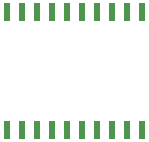
<source format=gtp>
G75*
G70*
%OFA0B0*%
%FSLAX24Y24*%
%IPPOS*%
%LPD*%
%AMOC8*
5,1,8,0,0,1.08239X$1,22.5*
%
%ADD10R,0.0236X0.0591*%
D10*
X063425Y008338D03*
X063925Y008338D03*
X064425Y008338D03*
X064925Y008338D03*
X065425Y008338D03*
X065925Y008338D03*
X066425Y008338D03*
X066925Y008338D03*
X067425Y008338D03*
X067925Y008338D03*
X067925Y012275D03*
X067425Y012275D03*
X066925Y012275D03*
X066425Y012275D03*
X065925Y012275D03*
X065425Y012275D03*
X064925Y012275D03*
X064425Y012275D03*
X063925Y012275D03*
X063425Y012275D03*
M02*

</source>
